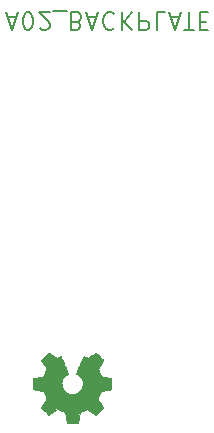
<source format=gbr>
G04 #@! TF.GenerationSoftware,KiCad,Pcbnew,5.1.5-52549c5~86~ubuntu18.04.1*
G04 #@! TF.CreationDate,2020-08-27T00:23:14-05:00*
G04 #@! TF.ProjectId,A02,4130322e-6b69-4636-9164-5f7063625858,rev?*
G04 #@! TF.SameCoordinates,Original*
G04 #@! TF.FileFunction,Legend,Bot*
G04 #@! TF.FilePolarity,Positive*
%FSLAX46Y46*%
G04 Gerber Fmt 4.6, Leading zero omitted, Abs format (unit mm)*
G04 Created by KiCad (PCBNEW 5.1.5-52549c5~86~ubuntu18.04.1) date 2020-08-27 00:23:14*
%MOMM*%
%LPD*%
G04 APERTURE LIST*
%ADD10C,0.150000*%
%ADD11C,0.010000*%
G04 APERTURE END LIST*
D10*
X53628400Y-28452000D02*
X54342685Y-28452000D01*
X53485542Y-28023428D02*
X53985542Y-29523428D01*
X54485542Y-28023428D01*
X55271257Y-29523428D02*
X55414114Y-29523428D01*
X55556971Y-29452000D01*
X55628400Y-29380571D01*
X55699828Y-29237714D01*
X55771257Y-28952000D01*
X55771257Y-28594857D01*
X55699828Y-28309142D01*
X55628400Y-28166285D01*
X55556971Y-28094857D01*
X55414114Y-28023428D01*
X55271257Y-28023428D01*
X55128400Y-28094857D01*
X55056971Y-28166285D01*
X54985542Y-28309142D01*
X54914114Y-28594857D01*
X54914114Y-28952000D01*
X54985542Y-29237714D01*
X55056971Y-29380571D01*
X55128400Y-29452000D01*
X55271257Y-29523428D01*
X56342685Y-29380571D02*
X56414114Y-29452000D01*
X56556971Y-29523428D01*
X56914114Y-29523428D01*
X57056971Y-29452000D01*
X57128400Y-29380571D01*
X57199828Y-29237714D01*
X57199828Y-29094857D01*
X57128400Y-28880571D01*
X56271257Y-28023428D01*
X57199828Y-28023428D01*
X57485542Y-27880571D02*
X58628400Y-27880571D01*
X59485542Y-28809142D02*
X59699828Y-28737714D01*
X59771257Y-28666285D01*
X59842685Y-28523428D01*
X59842685Y-28309142D01*
X59771257Y-28166285D01*
X59699828Y-28094857D01*
X59556971Y-28023428D01*
X58985542Y-28023428D01*
X58985542Y-29523428D01*
X59485542Y-29523428D01*
X59628400Y-29452000D01*
X59699828Y-29380571D01*
X59771257Y-29237714D01*
X59771257Y-29094857D01*
X59699828Y-28952000D01*
X59628400Y-28880571D01*
X59485542Y-28809142D01*
X58985542Y-28809142D01*
X60414114Y-28452000D02*
X61128400Y-28452000D01*
X60271257Y-28023428D02*
X60771257Y-29523428D01*
X61271257Y-28023428D01*
X62628400Y-28166285D02*
X62556971Y-28094857D01*
X62342685Y-28023428D01*
X62199828Y-28023428D01*
X61985542Y-28094857D01*
X61842685Y-28237714D01*
X61771257Y-28380571D01*
X61699828Y-28666285D01*
X61699828Y-28880571D01*
X61771257Y-29166285D01*
X61842685Y-29309142D01*
X61985542Y-29452000D01*
X62199828Y-29523428D01*
X62342685Y-29523428D01*
X62556971Y-29452000D01*
X62628400Y-29380571D01*
X63271257Y-28023428D02*
X63271257Y-29523428D01*
X64128400Y-28023428D02*
X63485542Y-28880571D01*
X64128400Y-29523428D02*
X63271257Y-28666285D01*
X64771257Y-28023428D02*
X64771257Y-29523428D01*
X65342685Y-29523428D01*
X65485542Y-29452000D01*
X65556971Y-29380571D01*
X65628400Y-29237714D01*
X65628400Y-29023428D01*
X65556971Y-28880571D01*
X65485542Y-28809142D01*
X65342685Y-28737714D01*
X64771257Y-28737714D01*
X66985542Y-28023428D02*
X66271257Y-28023428D01*
X66271257Y-29523428D01*
X67414114Y-28452000D02*
X68128400Y-28452000D01*
X67271257Y-28023428D02*
X67771257Y-29523428D01*
X68271257Y-28023428D01*
X68556971Y-29523428D02*
X69414114Y-29523428D01*
X68985542Y-28023428D02*
X68985542Y-29523428D01*
X69914114Y-28809142D02*
X70414114Y-28809142D01*
X70628400Y-28023428D02*
X69914114Y-28023428D01*
X69914114Y-29523428D01*
X70628400Y-29523428D01*
D11*
G36*
X59636214Y-62322669D02*
G01*
X59720035Y-61878045D01*
X60029320Y-61750547D01*
X60338606Y-61623049D01*
X60709646Y-61875354D01*
X60813557Y-61945604D01*
X60907487Y-62008328D01*
X60987052Y-62060662D01*
X61047870Y-62099743D01*
X61085557Y-62122707D01*
X61095821Y-62127658D01*
X61114310Y-62114924D01*
X61153820Y-62079718D01*
X61209922Y-62026538D01*
X61278187Y-61959882D01*
X61354186Y-61884246D01*
X61433492Y-61804128D01*
X61511675Y-61724026D01*
X61584307Y-61648436D01*
X61646959Y-61581855D01*
X61695203Y-61528782D01*
X61724610Y-61493713D01*
X61731641Y-61481977D01*
X61721523Y-61460340D01*
X61693159Y-61412938D01*
X61649529Y-61344407D01*
X61593618Y-61259385D01*
X61528406Y-61162507D01*
X61490619Y-61107250D01*
X61421743Y-61006352D01*
X61360540Y-60915301D01*
X61309978Y-60838630D01*
X61273028Y-60780872D01*
X61252658Y-60746557D01*
X61249597Y-60739346D01*
X61256536Y-60718852D01*
X61275451Y-60671087D01*
X61303487Y-60602768D01*
X61337791Y-60520611D01*
X61375509Y-60431330D01*
X61413787Y-60341642D01*
X61449770Y-60258262D01*
X61480606Y-60187906D01*
X61503439Y-60137290D01*
X61515417Y-60113129D01*
X61516124Y-60112178D01*
X61534931Y-60107564D01*
X61585018Y-60097272D01*
X61661193Y-60082313D01*
X61758265Y-60063699D01*
X61871043Y-60042441D01*
X61936842Y-60030182D01*
X62057350Y-60007238D01*
X62166197Y-59985405D01*
X62257876Y-59965878D01*
X62326881Y-59949852D01*
X62367704Y-59938521D01*
X62375911Y-59934926D01*
X62383948Y-59910594D01*
X62390433Y-59855641D01*
X62395370Y-59776492D01*
X62398764Y-59679574D01*
X62400618Y-59571313D01*
X62400938Y-59458135D01*
X62399727Y-59346465D01*
X62396990Y-59242732D01*
X62392731Y-59153359D01*
X62386955Y-59084774D01*
X62379667Y-59043403D01*
X62375295Y-59034790D01*
X62349164Y-59024467D01*
X62293793Y-59009708D01*
X62216507Y-58992248D01*
X62124630Y-58973820D01*
X62092558Y-58967859D01*
X61937924Y-58939534D01*
X61815775Y-58916724D01*
X61722073Y-58898520D01*
X61652784Y-58884017D01*
X61603871Y-58872308D01*
X61571297Y-58862485D01*
X61551028Y-58853644D01*
X61539026Y-58844876D01*
X61537347Y-58843143D01*
X61520584Y-58815229D01*
X61495014Y-58760905D01*
X61463188Y-58686823D01*
X61427660Y-58599635D01*
X61390983Y-58505992D01*
X61355711Y-58412548D01*
X61324396Y-58325953D01*
X61299593Y-58252860D01*
X61283854Y-58199922D01*
X61279732Y-58173789D01*
X61280076Y-58172874D01*
X61294041Y-58151514D01*
X61325722Y-58104516D01*
X61371791Y-58036773D01*
X61428918Y-57953177D01*
X61493773Y-57858618D01*
X61512243Y-57831746D01*
X61578099Y-57734325D01*
X61636050Y-57645437D01*
X61682938Y-57570188D01*
X61715607Y-57513680D01*
X61730900Y-57481019D01*
X61731641Y-57477007D01*
X61718792Y-57455916D01*
X61683288Y-57414136D01*
X61629693Y-57356155D01*
X61562571Y-57286465D01*
X61486487Y-57209555D01*
X61406004Y-57129917D01*
X61325687Y-57052039D01*
X61250099Y-56980414D01*
X61183805Y-56919530D01*
X61131369Y-56873879D01*
X61097355Y-56847950D01*
X61087945Y-56843717D01*
X61066043Y-56853688D01*
X61021200Y-56880580D01*
X60960721Y-56919864D01*
X60914189Y-56951483D01*
X60829875Y-57009502D01*
X60730026Y-57077816D01*
X60629873Y-57146021D01*
X60576027Y-57182525D01*
X60393771Y-57305800D01*
X60240781Y-57223080D01*
X60171082Y-57186841D01*
X60111814Y-57158674D01*
X60071711Y-57142609D01*
X60061503Y-57140374D01*
X60049229Y-57156878D01*
X60025013Y-57203518D01*
X59990663Y-57275991D01*
X59947988Y-57369994D01*
X59898794Y-57481226D01*
X59844890Y-57605385D01*
X59788084Y-57738168D01*
X59730182Y-57875273D01*
X59672993Y-58012398D01*
X59618324Y-58145242D01*
X59567984Y-58269502D01*
X59523780Y-58380875D01*
X59487519Y-58475061D01*
X59461009Y-58547756D01*
X59446058Y-58594659D01*
X59443654Y-58610767D01*
X59462711Y-58631314D01*
X59504436Y-58664667D01*
X59560106Y-58703898D01*
X59564778Y-58707001D01*
X59708664Y-58822177D01*
X59824683Y-58956547D01*
X59911830Y-59105816D01*
X59969099Y-59265687D01*
X59995486Y-59431863D01*
X59989985Y-59600048D01*
X59951590Y-59765945D01*
X59879295Y-59925258D01*
X59858026Y-59960113D01*
X59747396Y-60100863D01*
X59616702Y-60213886D01*
X59470464Y-60298597D01*
X59313208Y-60354406D01*
X59149457Y-60380726D01*
X58983733Y-60376970D01*
X58820562Y-60342550D01*
X58664465Y-60276877D01*
X58519967Y-60179365D01*
X58475269Y-60139787D01*
X58361512Y-60015897D01*
X58278618Y-59885476D01*
X58221756Y-59739285D01*
X58190087Y-59594512D01*
X58182269Y-59431740D01*
X58208338Y-59268160D01*
X58265645Y-59109302D01*
X58351544Y-58960694D01*
X58463386Y-58827865D01*
X58598523Y-58716344D01*
X58616283Y-58704589D01*
X58672550Y-58666092D01*
X58715323Y-58632737D01*
X58735772Y-58611440D01*
X58736069Y-58610767D01*
X58731679Y-58587729D01*
X58714276Y-58535443D01*
X58685668Y-58458210D01*
X58647665Y-58360332D01*
X58602074Y-58246109D01*
X58550703Y-58119842D01*
X58495362Y-57985833D01*
X58437858Y-57848382D01*
X58380001Y-57711792D01*
X58323598Y-57580363D01*
X58270458Y-57458395D01*
X58222390Y-57350191D01*
X58181201Y-57260051D01*
X58148701Y-57192277D01*
X58126697Y-57151170D01*
X58117836Y-57140374D01*
X58090760Y-57148781D01*
X58040097Y-57171328D01*
X57974583Y-57203987D01*
X57938559Y-57223080D01*
X57785568Y-57305800D01*
X57603312Y-57182525D01*
X57510275Y-57119372D01*
X57408415Y-57049873D01*
X57312962Y-56984435D01*
X57265150Y-56951483D01*
X57197905Y-56906327D01*
X57140964Y-56870543D01*
X57101754Y-56848662D01*
X57089019Y-56844037D01*
X57070483Y-56856515D01*
X57029459Y-56891348D01*
X56969925Y-56944922D01*
X56895858Y-57013617D01*
X56811235Y-57093819D01*
X56757715Y-57145314D01*
X56664081Y-57237314D01*
X56583159Y-57319601D01*
X56518223Y-57388655D01*
X56472542Y-57440956D01*
X56449389Y-57472984D01*
X56447168Y-57479484D01*
X56457476Y-57504206D01*
X56485961Y-57554195D01*
X56529463Y-57624388D01*
X56584823Y-57709725D01*
X56648880Y-57805144D01*
X56667097Y-57831746D01*
X56733473Y-57928433D01*
X56793022Y-58015483D01*
X56842416Y-58088005D01*
X56878325Y-58141107D01*
X56897419Y-58169897D01*
X56899264Y-58172874D01*
X56896505Y-58195818D01*
X56881862Y-58246264D01*
X56857887Y-58317559D01*
X56827134Y-58403053D01*
X56792156Y-58496093D01*
X56755507Y-58590026D01*
X56719739Y-58678201D01*
X56687406Y-58753966D01*
X56661062Y-58810669D01*
X56643258Y-58841657D01*
X56641993Y-58843143D01*
X56631106Y-58851999D01*
X56612718Y-58860757D01*
X56582794Y-58870323D01*
X56537297Y-58881604D01*
X56472191Y-58895507D01*
X56383439Y-58912937D01*
X56267007Y-58934802D01*
X56118858Y-58962009D01*
X56086782Y-58967859D01*
X55991714Y-58986226D01*
X55908835Y-59004195D01*
X55845470Y-59020031D01*
X55808942Y-59032000D01*
X55804044Y-59034790D01*
X55795973Y-59059528D01*
X55789413Y-59114810D01*
X55784367Y-59194211D01*
X55780841Y-59291304D01*
X55778839Y-59399662D01*
X55778364Y-59512860D01*
X55779423Y-59624472D01*
X55782018Y-59728071D01*
X55786154Y-59817232D01*
X55791837Y-59885528D01*
X55799069Y-59926534D01*
X55803429Y-59934926D01*
X55827702Y-59943392D01*
X55882974Y-59957165D01*
X55963738Y-59975050D01*
X56064488Y-59995852D01*
X56179717Y-60018377D01*
X56242498Y-60030182D01*
X56361613Y-60052449D01*
X56467835Y-60072621D01*
X56555973Y-60089685D01*
X56620834Y-60102631D01*
X56657226Y-60110445D01*
X56663216Y-60112178D01*
X56673339Y-60131710D01*
X56694738Y-60178757D01*
X56724561Y-60246597D01*
X56759955Y-60328509D01*
X56798068Y-60417772D01*
X56836047Y-60507665D01*
X56871040Y-60591465D01*
X56900194Y-60662453D01*
X56920657Y-60713906D01*
X56929577Y-60739103D01*
X56929743Y-60740204D01*
X56919631Y-60760081D01*
X56891283Y-60805823D01*
X56847677Y-60872883D01*
X56791794Y-60956716D01*
X56726613Y-61052774D01*
X56688721Y-61107950D01*
X56619675Y-61209119D01*
X56558350Y-61300970D01*
X56507737Y-61378856D01*
X56470829Y-61438131D01*
X56450618Y-61474149D01*
X56447699Y-61482223D01*
X56460247Y-61501016D01*
X56494937Y-61541143D01*
X56547337Y-61598107D01*
X56613016Y-61667415D01*
X56687544Y-61744569D01*
X56766487Y-61825075D01*
X56845417Y-61904437D01*
X56919900Y-61978160D01*
X56985506Y-62041748D01*
X57037804Y-62090706D01*
X57072361Y-62120539D01*
X57083922Y-62127658D01*
X57102746Y-62117647D01*
X57147769Y-62089522D01*
X57214613Y-62046146D01*
X57298901Y-61990382D01*
X57396256Y-61925094D01*
X57469693Y-61875354D01*
X57840733Y-61623049D01*
X58459305Y-61878045D01*
X58543125Y-62322669D01*
X58626946Y-62767293D01*
X59552394Y-62767293D01*
X59636214Y-62322669D01*
G37*
X59636214Y-62322669D02*
X59720035Y-61878045D01*
X60029320Y-61750547D01*
X60338606Y-61623049D01*
X60709646Y-61875354D01*
X60813557Y-61945604D01*
X60907487Y-62008328D01*
X60987052Y-62060662D01*
X61047870Y-62099743D01*
X61085557Y-62122707D01*
X61095821Y-62127658D01*
X61114310Y-62114924D01*
X61153820Y-62079718D01*
X61209922Y-62026538D01*
X61278187Y-61959882D01*
X61354186Y-61884246D01*
X61433492Y-61804128D01*
X61511675Y-61724026D01*
X61584307Y-61648436D01*
X61646959Y-61581855D01*
X61695203Y-61528782D01*
X61724610Y-61493713D01*
X61731641Y-61481977D01*
X61721523Y-61460340D01*
X61693159Y-61412938D01*
X61649529Y-61344407D01*
X61593618Y-61259385D01*
X61528406Y-61162507D01*
X61490619Y-61107250D01*
X61421743Y-61006352D01*
X61360540Y-60915301D01*
X61309978Y-60838630D01*
X61273028Y-60780872D01*
X61252658Y-60746557D01*
X61249597Y-60739346D01*
X61256536Y-60718852D01*
X61275451Y-60671087D01*
X61303487Y-60602768D01*
X61337791Y-60520611D01*
X61375509Y-60431330D01*
X61413787Y-60341642D01*
X61449770Y-60258262D01*
X61480606Y-60187906D01*
X61503439Y-60137290D01*
X61515417Y-60113129D01*
X61516124Y-60112178D01*
X61534931Y-60107564D01*
X61585018Y-60097272D01*
X61661193Y-60082313D01*
X61758265Y-60063699D01*
X61871043Y-60042441D01*
X61936842Y-60030182D01*
X62057350Y-60007238D01*
X62166197Y-59985405D01*
X62257876Y-59965878D01*
X62326881Y-59949852D01*
X62367704Y-59938521D01*
X62375911Y-59934926D01*
X62383948Y-59910594D01*
X62390433Y-59855641D01*
X62395370Y-59776492D01*
X62398764Y-59679574D01*
X62400618Y-59571313D01*
X62400938Y-59458135D01*
X62399727Y-59346465D01*
X62396990Y-59242732D01*
X62392731Y-59153359D01*
X62386955Y-59084774D01*
X62379667Y-59043403D01*
X62375295Y-59034790D01*
X62349164Y-59024467D01*
X62293793Y-59009708D01*
X62216507Y-58992248D01*
X62124630Y-58973820D01*
X62092558Y-58967859D01*
X61937924Y-58939534D01*
X61815775Y-58916724D01*
X61722073Y-58898520D01*
X61652784Y-58884017D01*
X61603871Y-58872308D01*
X61571297Y-58862485D01*
X61551028Y-58853644D01*
X61539026Y-58844876D01*
X61537347Y-58843143D01*
X61520584Y-58815229D01*
X61495014Y-58760905D01*
X61463188Y-58686823D01*
X61427660Y-58599635D01*
X61390983Y-58505992D01*
X61355711Y-58412548D01*
X61324396Y-58325953D01*
X61299593Y-58252860D01*
X61283854Y-58199922D01*
X61279732Y-58173789D01*
X61280076Y-58172874D01*
X61294041Y-58151514D01*
X61325722Y-58104516D01*
X61371791Y-58036773D01*
X61428918Y-57953177D01*
X61493773Y-57858618D01*
X61512243Y-57831746D01*
X61578099Y-57734325D01*
X61636050Y-57645437D01*
X61682938Y-57570188D01*
X61715607Y-57513680D01*
X61730900Y-57481019D01*
X61731641Y-57477007D01*
X61718792Y-57455916D01*
X61683288Y-57414136D01*
X61629693Y-57356155D01*
X61562571Y-57286465D01*
X61486487Y-57209555D01*
X61406004Y-57129917D01*
X61325687Y-57052039D01*
X61250099Y-56980414D01*
X61183805Y-56919530D01*
X61131369Y-56873879D01*
X61097355Y-56847950D01*
X61087945Y-56843717D01*
X61066043Y-56853688D01*
X61021200Y-56880580D01*
X60960721Y-56919864D01*
X60914189Y-56951483D01*
X60829875Y-57009502D01*
X60730026Y-57077816D01*
X60629873Y-57146021D01*
X60576027Y-57182525D01*
X60393771Y-57305800D01*
X60240781Y-57223080D01*
X60171082Y-57186841D01*
X60111814Y-57158674D01*
X60071711Y-57142609D01*
X60061503Y-57140374D01*
X60049229Y-57156878D01*
X60025013Y-57203518D01*
X59990663Y-57275991D01*
X59947988Y-57369994D01*
X59898794Y-57481226D01*
X59844890Y-57605385D01*
X59788084Y-57738168D01*
X59730182Y-57875273D01*
X59672993Y-58012398D01*
X59618324Y-58145242D01*
X59567984Y-58269502D01*
X59523780Y-58380875D01*
X59487519Y-58475061D01*
X59461009Y-58547756D01*
X59446058Y-58594659D01*
X59443654Y-58610767D01*
X59462711Y-58631314D01*
X59504436Y-58664667D01*
X59560106Y-58703898D01*
X59564778Y-58707001D01*
X59708664Y-58822177D01*
X59824683Y-58956547D01*
X59911830Y-59105816D01*
X59969099Y-59265687D01*
X59995486Y-59431863D01*
X59989985Y-59600048D01*
X59951590Y-59765945D01*
X59879295Y-59925258D01*
X59858026Y-59960113D01*
X59747396Y-60100863D01*
X59616702Y-60213886D01*
X59470464Y-60298597D01*
X59313208Y-60354406D01*
X59149457Y-60380726D01*
X58983733Y-60376970D01*
X58820562Y-60342550D01*
X58664465Y-60276877D01*
X58519967Y-60179365D01*
X58475269Y-60139787D01*
X58361512Y-60015897D01*
X58278618Y-59885476D01*
X58221756Y-59739285D01*
X58190087Y-59594512D01*
X58182269Y-59431740D01*
X58208338Y-59268160D01*
X58265645Y-59109302D01*
X58351544Y-58960694D01*
X58463386Y-58827865D01*
X58598523Y-58716344D01*
X58616283Y-58704589D01*
X58672550Y-58666092D01*
X58715323Y-58632737D01*
X58735772Y-58611440D01*
X58736069Y-58610767D01*
X58731679Y-58587729D01*
X58714276Y-58535443D01*
X58685668Y-58458210D01*
X58647665Y-58360332D01*
X58602074Y-58246109D01*
X58550703Y-58119842D01*
X58495362Y-57985833D01*
X58437858Y-57848382D01*
X58380001Y-57711792D01*
X58323598Y-57580363D01*
X58270458Y-57458395D01*
X58222390Y-57350191D01*
X58181201Y-57260051D01*
X58148701Y-57192277D01*
X58126697Y-57151170D01*
X58117836Y-57140374D01*
X58090760Y-57148781D01*
X58040097Y-57171328D01*
X57974583Y-57203987D01*
X57938559Y-57223080D01*
X57785568Y-57305800D01*
X57603312Y-57182525D01*
X57510275Y-57119372D01*
X57408415Y-57049873D01*
X57312962Y-56984435D01*
X57265150Y-56951483D01*
X57197905Y-56906327D01*
X57140964Y-56870543D01*
X57101754Y-56848662D01*
X57089019Y-56844037D01*
X57070483Y-56856515D01*
X57029459Y-56891348D01*
X56969925Y-56944922D01*
X56895858Y-57013617D01*
X56811235Y-57093819D01*
X56757715Y-57145314D01*
X56664081Y-57237314D01*
X56583159Y-57319601D01*
X56518223Y-57388655D01*
X56472542Y-57440956D01*
X56449389Y-57472984D01*
X56447168Y-57479484D01*
X56457476Y-57504206D01*
X56485961Y-57554195D01*
X56529463Y-57624388D01*
X56584823Y-57709725D01*
X56648880Y-57805144D01*
X56667097Y-57831746D01*
X56733473Y-57928433D01*
X56793022Y-58015483D01*
X56842416Y-58088005D01*
X56878325Y-58141107D01*
X56897419Y-58169897D01*
X56899264Y-58172874D01*
X56896505Y-58195818D01*
X56881862Y-58246264D01*
X56857887Y-58317559D01*
X56827134Y-58403053D01*
X56792156Y-58496093D01*
X56755507Y-58590026D01*
X56719739Y-58678201D01*
X56687406Y-58753966D01*
X56661062Y-58810669D01*
X56643258Y-58841657D01*
X56641993Y-58843143D01*
X56631106Y-58851999D01*
X56612718Y-58860757D01*
X56582794Y-58870323D01*
X56537297Y-58881604D01*
X56472191Y-58895507D01*
X56383439Y-58912937D01*
X56267007Y-58934802D01*
X56118858Y-58962009D01*
X56086782Y-58967859D01*
X55991714Y-58986226D01*
X55908835Y-59004195D01*
X55845470Y-59020031D01*
X55808942Y-59032000D01*
X55804044Y-59034790D01*
X55795973Y-59059528D01*
X55789413Y-59114810D01*
X55784367Y-59194211D01*
X55780841Y-59291304D01*
X55778839Y-59399662D01*
X55778364Y-59512860D01*
X55779423Y-59624472D01*
X55782018Y-59728071D01*
X55786154Y-59817232D01*
X55791837Y-59885528D01*
X55799069Y-59926534D01*
X55803429Y-59934926D01*
X55827702Y-59943392D01*
X55882974Y-59957165D01*
X55963738Y-59975050D01*
X56064488Y-59995852D01*
X56179717Y-60018377D01*
X56242498Y-60030182D01*
X56361613Y-60052449D01*
X56467835Y-60072621D01*
X56555973Y-60089685D01*
X56620834Y-60102631D01*
X56657226Y-60110445D01*
X56663216Y-60112178D01*
X56673339Y-60131710D01*
X56694738Y-60178757D01*
X56724561Y-60246597D01*
X56759955Y-60328509D01*
X56798068Y-60417772D01*
X56836047Y-60507665D01*
X56871040Y-60591465D01*
X56900194Y-60662453D01*
X56920657Y-60713906D01*
X56929577Y-60739103D01*
X56929743Y-60740204D01*
X56919631Y-60760081D01*
X56891283Y-60805823D01*
X56847677Y-60872883D01*
X56791794Y-60956716D01*
X56726613Y-61052774D01*
X56688721Y-61107950D01*
X56619675Y-61209119D01*
X56558350Y-61300970D01*
X56507737Y-61378856D01*
X56470829Y-61438131D01*
X56450618Y-61474149D01*
X56447699Y-61482223D01*
X56460247Y-61501016D01*
X56494937Y-61541143D01*
X56547337Y-61598107D01*
X56613016Y-61667415D01*
X56687544Y-61744569D01*
X56766487Y-61825075D01*
X56845417Y-61904437D01*
X56919900Y-61978160D01*
X56985506Y-62041748D01*
X57037804Y-62090706D01*
X57072361Y-62120539D01*
X57083922Y-62127658D01*
X57102746Y-62117647D01*
X57147769Y-62089522D01*
X57214613Y-62046146D01*
X57298901Y-61990382D01*
X57396256Y-61925094D01*
X57469693Y-61875354D01*
X57840733Y-61623049D01*
X58459305Y-61878045D01*
X58543125Y-62322669D01*
X58626946Y-62767293D01*
X59552394Y-62767293D01*
X59636214Y-62322669D01*
M02*

</source>
